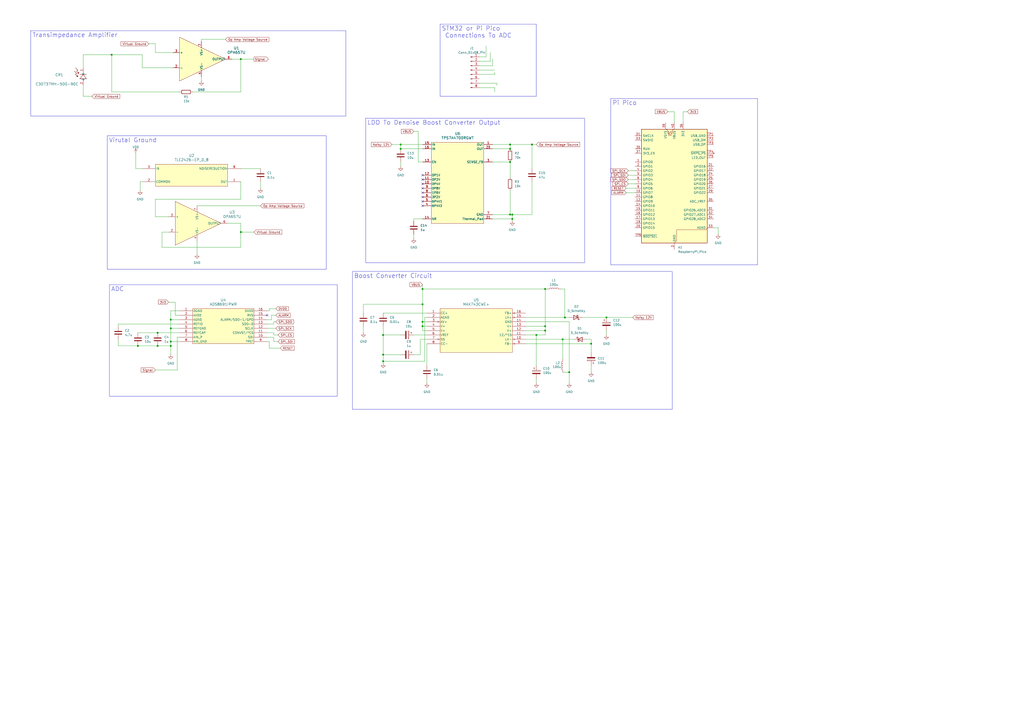
<source format=kicad_sch>
(kicad_sch (version 20250114) (generator "eeschema") (generator_version "9.0")
  (paper "A2")
  (lib_symbols
    (symbol "00-symbol_library:ADS8691IPWR" (pin_names (offset 0.254))
      (property "Reference" "U" (at 33.274 6.604 0))
      (property "Value" "ADS8691IPWR" (at 34.29 3.81 0))
      (symbol "ADS8691IPWR_0_1"
        (pin power_in line (at 8.89 0 0) (length 7.62) (name "DGND") (number "1"))
        (pin power_in line (at 8.89 -2.54 0) (length 7.62) (name "AVDD") (number "2"))
        (pin power_in line (at 8.89 -5.08 0) (length 7.62) (name "AGND") (number "3"))
        (pin bidirectional line (at 8.89 -7.62 0) (length 7.62) (name "REFIO") (number "4"))
        (pin power_in line (at 8.89 -10.16 0) (length 7.62) (name "REFGND") (number "5"))
        (pin output line (at 8.89 -12.7 0) (length 7.62) (name "REFCAP") (number "6"))
        (pin input line (at 8.89 -15.24 0) (length 7.62) (name "AIN_P") (number "7"))
        (pin input line (at 8.89 -17.78 0) (length 7.62) (name "AIN_GND") (number "8"))
        (pin power_in line (at 59.69 0 180) (length 7.62) (name "DVDD") (number "16"))
        (pin output line (at 59.69 -2.54 180) (length 7.62) (name "RVS") (number "15"))
        (pin output line (at 59.69 -5.08 180) (length 7.62) (name "ALARM/SDO-1/GPO") (number "14"))
        (pin output line (at 59.69 -7.62 180) (length 7.62) (name "SDO-0") (number "13"))
        (pin input line (at 59.69 -10.16 180) (length 7.62) (name "SCLK") (number "12"))
        (pin input line (at 59.69 -12.7 180) (length 7.62) (name "CONVST/*CS") (number "11"))
        (pin input line (at 59.69 -15.24 180) (length 7.62) (name "SDI") (number "10"))
        (pin input line (at 59.69 -17.78 180) (length 7.62) (name "*RST") (number "9"))
      )
      (symbol "ADS8691IPWR_1_1"
        (rectangle (start 16.51 1.27) (end 52.07 -19.05) (fill (type background)))
      )
    )
    (symbol "00-symbol_library:MAX743CWE+" (pin_names (offset 0.254))
      (property "Reference" "U" (at 58.42 33.02 0))
      (property "Value" "MAX743CWE+" (at 58.42 30.48 0))
      (symbol "MAX743CWE+_0_1"
        (polyline (pts (xy 37.5793 20.32) (xy 36.5379 20.8407)) (stroke (width 0.127)))
        (polyline (pts (xy 37.5793 20.32) (xy 36.5379 19.7993)) (stroke (width 0.127)))
        (polyline (pts (xy 37.5793 10.16) (xy 36.5379 10.6807)) (stroke (width 0.127)))
        (polyline (pts (xy 37.5793 10.16) (xy 36.5379 9.6393)) (stroke (width 0.127)))
        (polyline (pts (xy 80.5307 25.4) (xy 81.5721 25.9207)) (stroke (width 0.127)))
        (polyline (pts (xy 80.5307 25.4) (xy 81.5721 24.8793)) (stroke (width 0.127)))
        (polyline (pts (xy 80.5307 23.3807) (xy 81.5721 22.86)) (stroke (width 0.127)))
        (polyline (pts (xy 80.5307 22.3393) (xy 81.5721 22.86)) (stroke (width 0.127)))
        (polyline (pts (xy 80.5307 10.6807) (xy 81.5721 10.16)) (stroke (width 0.127)))
        (polyline (pts (xy 80.5307 9.6393) (xy 81.5721 10.16)) (stroke (width 0.127)))
        (polyline (pts (xy 80.5307 7.62) (xy 81.5721 8.1407)) (stroke (width 0.127)))
        (polyline (pts (xy 80.5307 7.62) (xy 81.5721 7.0993)) (stroke (width 0.127)))
        (pin unspecified line (at 30.48 25.4 0) (length 7.62) (name "CC+") (number "1"))
        (pin power_in line (at 30.48 22.86 0) (length 7.62) (name "AGND") (number "2"))
        (pin input line (at 30.48 20.32 0) (length 7.62) (name "AV+") (number "3"))
        (pin power_in line (at 30.48 17.78 0) (length 7.62) (name "V+") (number "4"))
        (pin power_in line (at 30.48 15.24 0) (length 7.62) (name "V+") (number "5"))
        (pin power_in line (at 30.48 12.7 0) (length 7.62) (name "VREF") (number "6"))
        (pin input line (at 30.48 10.16 0) (length 7.62) (name "SS") (number "7"))
        (pin unspecified line (at 30.48 7.62 0) (length 7.62) (name "CC-") (number "8"))
        (pin input line (at 87.63 25.4 180) (length 7.62) (name "FB+") (number "16"))
        (pin output line (at 87.63 22.86 180) (length 7.62) (name "LX+") (number "15"))
        (pin power_in line (at 87.63 20.32 180) (length 7.62) (name "GND") (number "14"))
        (pin power_in line (at 87.63 17.78 180) (length 7.62) (name "V+") (number "13"))
        (pin power_in line (at 87.63 15.24 180) (length 7.62) (name "V+") (number "12"))
        (pin unspecified line (at 87.63 12.7 180) (length 7.62) (name "12/*15") (number "11"))
        (pin output line (at 87.63 10.16 180) (length 7.62) (name "LX-") (number "10"))
        (pin input line (at 87.63 7.62 180) (length 7.62) (name "FB-") (number "9"))
      )
      (symbol "MAX743CWE+_1_1"
        (rectangle (start 38.1 27.94) (end 80.01 2.54) (fill (type background)))
      )
    )
    (symbol "00-symbol_library:OPA657U" (pin_names (offset 0.254))
      (property "Reference" "U" (at 67.564 33.274 0))
      (property "Value" "OPA657U" (at 68.834 30.48 0))
      (symbol "OPA657U_1_1"
        (polyline (pts (xy 63.5 27.94) (xy 63.5 2.54) (xy 90.17 15.24) (xy 63.5 27.94)) (fill (type background)))
        (pin input line (at 59.69 19.05 0) (length 3.81) (name "+") (number "3"))
        (pin input line (at 59.69 10.16 0) (length 3.81) (name "-") (number "2"))
        (pin no_connect line (at 60.96 22.86 0) (length 2.54) (hide yes) (name "NC") (number "8"))
        (pin no_connect line (at 60.96 15.24 0) (length 2.54) (hide yes) (name "NC") (number "5"))
        (pin no_connect line (at 60.96 6.35 0) (length 2.54) (hide yes) (name "NC") (number "1"))
        (pin power_in line (at 76.2 25.4 270) (length 3.81) (name "VS+") (number "7"))
        (pin power_in line (at 76.2 5.08 90) (length 3.81) (name "VS-") (number "4"))
        (pin output line (at 93.98 15.24 180) (length 3.81) (name "OUTPUT") (number "6"))
      )
    )
    (symbol "00-symbol_library:TLE2426-EP_D_8" (pin_names (offset 0.254))
      (property "Reference" "U" (at 64.516 12.446 0))
      (property "Value" "TLE2426-EP_D_8" (at 64.516 9.906 0))
      (symbol "TLE2426-EP_D_8_0_1"
        (pin input line (at 36.83 5.08 0) (length 7.62) (name "IN") (number "3"))
        (pin unspecified line (at 36.83 -2.54 0) (length 7.62) (name "COMMON") (number "2"))
        (pin unspecified line (at 93.98 5.08 180) (length 7.62) (name "NOISEREDUCTION") (number "8"))
        (pin output line (at 93.98 -2.54 180) (length 7.62) (name "OUT") (number "1"))
      )
      (symbol "TLE2426-EP_D_8_1_1"
        (rectangle (start 44.45 7.62) (end 86.36 -5.08) (fill (type background)))
        (pin no_connect line (at 36.83 2.54 0) (length 7.62) (hide yes) (name "NC") (number "4"))
        (pin unspecified line (at 36.83 0 0) (length 7.62) (hide yes) (name "NC") (number "5"))
        (pin no_connect line (at 93.98 2.54 180) (length 7.62) (hide yes) (name "NC") (number "7"))
        (pin no_connect line (at 93.98 0 180) (length 7.62) (hide yes) (name "NC") (number "6"))
      )
    )
    (symbol "00-symbol_library:TPS7A4700RGWT" (pin_names (offset 0.254))
      (property "Reference" "U" (at 63.246 -20.574 0))
      (property "Value" "TPS7A4700RGWT" (at 63.246 -23.622 0))
      (symbol "TPS7A4700RGWT_0_1"
        (pin power_in line (at 40.64 -29.21 0) (length 5.08) (name "IN") (number "15"))
        (pin power_in line (at 40.64 -31.75 0) (length 5.08) (name "IN") (number "16"))
        (pin input line (at 40.64 -39.37 0) (length 5.08) (name "EN") (number "13"))
        (pin unspecified line (at 40.64 -46.99 0) (length 5.08) (name "0P1V") (number "12"))
        (pin unspecified line (at 40.64 -49.53 0) (length 5.08) (name "0P2V") (number "11"))
        (pin unspecified line (at 40.64 -52.07 0) (length 5.08) (name "0P4V") (number "10"))
        (pin unspecified line (at 40.64 -54.61 0) (length 5.08) (name "0P8V") (number "9"))
        (pin unspecified line (at 40.64 -57.15 0) (length 5.08) (name "1P6V") (number "8"))
        (pin unspecified line (at 40.64 -59.69 0) (length 5.08) (name "3P2V") (number "6"))
        (pin unspecified line (at 40.64 -62.23 0) (length 5.08) (name "6P4V1") (number "5"))
        (pin unspecified line (at 40.64 -64.77 0) (length 5.08) (name "6P4V2") (number "4"))
        (pin unspecified line (at 40.64 -72.39 0) (length 5.08) (name "NR") (number "14"))
        (pin power_in line (at 81.28 -29.21 180) (length 5.08) (name "OUT") (number "1"))
        (pin power_in line (at 81.28 -31.75 180) (length 5.08) (name "OUT") (number "20"))
        (pin unspecified line (at 81.28 -39.37 180) (length 5.08) (name "SENSE_FB") (number "3"))
        (pin power_in line (at 81.28 -69.85 180) (length 5.08) (name "GND") (number "7"))
        (pin power_in line (at 81.28 -72.39 180) (length 5.08) (name "Thermal_Pad") (number "21"))
      )
      (symbol "TPS7A4700RGWT_1_1"
        (rectangle (start 45.72 -27.94) (end 76.2 -74.93) (fill (type background)))
        (pin no_connect line (at 81.28 -57.15 180) (length 5.08) (hide yes) (name "NC") (number "2"))
        (pin no_connect line (at 81.28 -59.69 180) (length 5.08) (hide yes) (name "NC") (number "17"))
        (pin no_connect line (at 81.28 -62.23 180) (length 5.08) (hide yes) (name "NC") (number "18"))
        (pin no_connect line (at 81.28 -64.77 180) (length 5.08) (hide yes) (name "NC") (number "19"))
      )
    )
    (symbol "2025-11-22_17-59-22:C30737MH-500-90C" (pin_names (offset 0.254))
      (property "Reference" "CR" (at 5.08 -4.445 0))
      (property "Value" "C30737MH-500-90C" (at 5.08 -7.62 0))
      (symbol "C30737MH-500-90C_1_1"
        (polyline (pts (xy 2.54 0) (xy 3.4798 0)) (stroke (width 0.2032)))
        (polyline (pts (xy 3.175 0) (xy 3.81 0)) (stroke (width 0.2032)))
        (polyline (pts (xy 3.81 1.905) (xy 3.81 -1.905)) (stroke (width 0.2032)))
        (polyline (pts (xy 3.81 -1.905) (xy 6.35 0)) (stroke (width 0.2032)))
        (polyline (pts (xy 5.08 3.81) (xy 5.08 3.175)) (stroke (width 0.2032)))
        (polyline (pts (xy 5.08 3.175) (xy 5.715 3.175)) (stroke (width 0.2032)))
        (polyline (pts (xy 5.715 3.175) (xy 5.08 3.81)) (stroke (width 0.2032)))
        (polyline (pts (xy 6.35 4.445) (xy 5.08 3.175)) (stroke (width 0.2032)))
        (polyline (pts (xy 6.35 0) (xy 3.81 1.905)) (stroke (width 0.2032)))
        (polyline (pts (xy 6.35 0) (xy 7.62 0)) (stroke (width 0.2032)))
        (polyline (pts (xy 6.35 -1.905) (xy 6.35 1.905)) (stroke (width 0.2032)))
        (polyline (pts (xy 6.985 3.81) (xy 6.35 4.445)) (stroke (width 0.2032)))
        (polyline (pts (xy 6.985 3.175) (xy 6.985 2.54)) (stroke (width 0.2032)))
        (polyline (pts (xy 6.985 2.54) (xy 7.62 2.54)) (stroke (width 0.2032)))
        (polyline (pts (xy 7.62 2.54) (xy 6.985 3.175)) (stroke (width 0.2032)))
        (polyline (pts (xy 8.255 5.08) (xy 6.985 3.81)) (stroke (width 0.2032)))
        (polyline (pts (xy 8.255 3.81) (xy 6.985 2.54)) (stroke (width 0.2032)))
        (polyline (pts (xy 8.89 3.175) (xy 8.255 3.81)) (stroke (width 0.2032)))
        (polyline (pts (xy 10.16 4.445) (xy 8.89 3.175)) (stroke (width 0.2032)))
        (pin unspecified line (at 0 0 0) (length 2.54) (name "2") (number "2"))
        (pin unspecified line (at 10.16 0 180) (length 2.54) (name "1") (number "1"))
      )
      (symbol "C30737MH-500-90C_1_2"
        (polyline (pts (xy -5.08 8.255) (xy -3.81 6.985)) (stroke (width 0.2032)))
        (polyline (pts (xy -4.445 10.16) (xy -3.175 8.89)) (stroke (width 0.2032)))
        (polyline (pts (xy -4.445 6.35) (xy -3.175 5.08)) (stroke (width 0.2032)))
        (polyline (pts (xy -3.81 8.255) (xy -2.54 6.985)) (stroke (width 0.2032)))
        (polyline (pts (xy -3.81 6.985) (xy -4.445 6.35)) (stroke (width 0.2032)))
        (polyline (pts (xy -3.81 5.08) (xy -3.175 5.08)) (stroke (width 0.2032)))
        (polyline (pts (xy -3.175 8.89) (xy -3.81 8.255)) (stroke (width 0.2032)))
        (polyline (pts (xy -3.175 6.985) (xy -2.54 6.985)) (stroke (width 0.2032)))
        (polyline (pts (xy -3.175 5.715) (xy -3.81 5.08)) (stroke (width 0.2032)))
        (polyline (pts (xy -3.175 5.08) (xy -3.175 5.715)) (stroke (width 0.2032)))
        (polyline (pts (xy -2.54 7.62) (xy -3.175 6.985)) (stroke (width 0.2032)))
        (polyline (pts (xy -2.54 6.985) (xy -2.54 7.62)) (stroke (width 0.2032)))
        (polyline (pts (xy -1.905 3.81) (xy 1.905 3.81)) (stroke (width 0.2032)))
        (polyline (pts (xy 0 6.35) (xy -1.905 3.81)) (stroke (width 0.2032)))
        (polyline (pts (xy 0 6.35) (xy 0 7.62)) (stroke (width 0.2032)))
        (polyline (pts (xy 0 3.175) (xy 0 3.81)) (stroke (width 0.2032)))
        (polyline (pts (xy 0 2.54) (xy 0 3.4798)) (stroke (width 0.2032)))
        (polyline (pts (xy 1.905 6.35) (xy -1.905 6.35)) (stroke (width 0.2032)))
        (polyline (pts (xy 1.905 3.81) (xy 0 6.35)) (stroke (width 0.2032)))
        (pin unspecified line (at 0 10.16 270) (length 2.54) (name "1") (number "1"))
        (pin unspecified line (at 0 0 90) (length 2.54) (name "2") (number "2"))
      )
    )
    (symbol "Connector:Conn_01x08_Pin" (pin_names (offset 1.016) (hide yes))
      (property "Reference" "J" (at 0 10.16 0))
      (property "Value" "Conn_01x08_Pin" (at 0 -12.7 0))
      (symbol "Conn_01x08_Pin_1_1"
        (rectangle (start 0.8636 7.747) (end 0 7.493) (stroke (width 0.1524)) (fill (type outline)))
        (rectangle (start 0.8636 5.207) (end 0 4.953) (stroke (width 0.1524)) (fill (type outline)))
        (rectangle (start 0.8636 2.667) (end 0 2.413) (stroke (width 0.1524)) (fill (type outline)))
        (rectangle (start 0.8636 0.127) (end 0 -0.127) (stroke (width 0.1524)) (fill (type outline)))
        (rectangle (start 0.8636 -2.413) (end 0 -2.667) (stroke (width 0.1524)) (fill (type outline)))
        (rectangle (start 0.8636 -4.953) (end 0 -5.207) (stroke (width 0.1524)) (fill (type outline)))
        (rectangle (start 0.8636 -7.493) (end 0 -7.747) (stroke (width 0.1524)) (fill (type outline)))
        (rectangle (start 0.8636 -10.033) (end 0 -10.287) (stroke (width 0.1524)) (fill (type outline)))
        (polyline (pts (xy 1.27 7.62) (xy 0.8636 7.62)) (stroke (width 0.1524)))
        (polyline (pts (xy 1.27 5.08) (xy 0.8636 5.08)) (stroke (width 0.1524)))
        (polyline (pts (xy 1.27 2.54) (xy 0.8636 2.54)) (stroke (width 0.1524)))
        (polyline (pts (xy 1.27 0) (xy 0.8636 0)) (stroke (width 0.1524)))
        (polyline (pts (xy 1.27 -2.54) (xy 0.8636 -2.54)) (stroke (width 0.1524)))
        (polyline (pts (xy 1.27 -5.08) (xy 0.8636 -5.08)) (stroke (width 0.1524)))
        (polyline (pts (xy 1.27 -7.62) (xy 0.8636 -7.62)) (stroke (width 0.1524)))
        (polyline (pts (xy 1.27 -10.16) (xy 0.8636 -10.16)) (stroke (width 0.1524)))
        (pin passive line (at 5.08 7.62 180) (length 3.81) (name "Pin_1") (number "1"))
        (pin passive line (at 5.08 5.08 180) (length 3.81) (name "Pin_2") (number "2"))
        (pin passive line (at 5.08 2.54 180) (length 3.81) (name "Pin_3") (number "3"))
        (pin passive line (at 5.08 0 180) (length 3.81) (name "Pin_4") (number "4"))
        (pin passive line (at 5.08 -2.54 180) (length 3.81) (name "Pin_5") (number "5"))
        (pin passive line (at 5.08 -5.08 180) (length 3.81) (name "Pin_6") (number "6"))
        (pin passive line (at 5.08 -7.62 180) (length 3.81) (name "Pin_7") (number "7"))
        (pin passive line (at 5.08 -10.16 180) (length 3.81) (name "Pin_8") (number "8"))
      )
    )
    (symbol "Device:C" (pin_numbers (hide yes)) (pin_names (offset 0.254))
      (property "Reference" "C" (at 0.635 2.54 0))
      (property "Value" "C" (at 0.635 -2.54 0))
      (symbol "C_0_1"
        (polyline (pts (xy -2.032 0.762) (xy 2.032 0.762)) (stroke (width 0.508)))
        (polyline (pts (xy -2.032 -0.762) (xy 2.032 -0.762)) (stroke (width 0.508)))
      )
      (symbol "C_1_1"
        (pin passive line (at 0 3.81 270) (length 2.794) (name "~") (number "1"))
        (pin passive line (at 0 -3.81 90) (length 2.794) (name "~") (number "2"))
      )
    )
    (symbol "Device:C_Polarized" (pin_numbers (hide yes)) (pin_names (offset 0.254))
      (property "Reference" "C" (at 0.635 2.54 0))
      (property "Value" "C_Polarized" (at 0.635 -2.54 0))
      (symbol "C_Polarized_0_1"
        (rectangle (start -2.286 0.508) (end 2.286 1.016))
        (polyline (pts (xy -1.778 2.286) (xy -0.762 2.286)))
        (polyline (pts (xy -1.27 2.794) (xy -1.27 1.778)))
        (rectangle (start 2.286 -0.508) (end -2.286 -1.016) (fill (type outline)))
      )
      (symbol "C_Polarized_1_1"
        (pin passive line (at 0 3.81 270) (length 2.794) (name "~") (number "1"))
        (pin passive line (at 0 -3.81 90) (length 2.794) (name "~") (number "2"))
      )
    )
    (symbol "Device:D_Schottky" (pin_numbers (hide yes)) (pin_names (offset 1.016) (hide yes))
      (property "Reference" "D" (at 0 2.54 0))
      (property "Value" "D_Schottky" (at 0 -2.54 0))
      (symbol "D_Schottky_0_1"
        (polyline (pts (xy -1.905 0.635) (xy -1.905 1.27) (xy -1.27 1.27) (xy -1.27 -1.27) (xy -0.635 -1.27) (xy -0.635 -0.635)) (stroke (width 0.254)))
        (polyline (pts (xy 1.27 1.27) (xy 1.27 -1.27) (xy -1.27 0) (xy 1.27 1.27)) (stroke (width 0.254)))
        (polyline (pts (xy 1.27 0) (xy -1.27 0)))
      )
      (symbol "D_Schottky_1_1"
        (pin passive line (at -3.81 0 0) (length 2.54) (name "K") (number "1"))
        (pin passive line (at 3.81 0 180) (length 2.54) (name "A") (number "2"))
      )
    )
    (symbol "Device:L" (pin_numbers (hide yes)) (pin_names (offset 1.016) (hide yes))
      (property "Reference" "L" (at -1.27 0 90))
      (property "Value" "L" (at 1.905 0 90))
      (symbol "L_0_1"
        (arc (start 0 2.54) (mid 0.6323 1.905) (end 0 1.27))
        (arc (start 0 1.27) (mid 0.6323 0.635) (end 0 0))
        (arc (start 0 0) (mid 0.6323 -0.635) (end 0 -1.27))
        (arc (start 0 -1.27) (mid 0.6323 -1.905) (end 0 -2.54))
      )
      (symbol "L_1_1"
        (pin passive line (at 0 3.81 270) (length 1.27) (name "1") (number "1"))
        (pin passive line (at 0 -3.81 90) (length 1.27) (name "2") (number "2"))
      )
    )
    (symbol "Device:R" (pin_numbers (hide yes)) (pin_names (offset 0))
      (property "Reference" "R" (at 2.032 0 90))
      (property "Value" "R" (at 0 0 90))
      (symbol "R_0_1"
        (rectangle (start -1.016 -2.54) (end 1.016 2.54) (stroke (width 0.254)))
      )
      (symbol "R_1_1"
        (pin passive line (at 0 3.81 270) (length 1.27) (name "~") (number "1"))
        (pin passive line (at 0 -3.81 90) (length 1.27) (name "~") (number "2"))
      )
    )
    (symbol "MCU_Module:RaspberryPi_Pico_Extensive" (pin_names (offset 0.762))
      (property "Reference" "A" (at -19.05 35.56 0))
      (property "Value" "RaspberryPi_Pico" (at 7.62 35.56 0))
      (symbol "RaspberryPi_Pico_Extensive_0_1"
        (rectangle (start -19.05 34.29) (end 19.05 -31.75) (stroke (width 0.254)) (fill (type background)))
        (polyline (pts (xy -5.08 34.29) (xy -3.81 33.655) (xy -3.81 31.75) (xy -3.175 31.75)))
        (polyline (pts (xy -3.429 32.766) (xy -3.429 33.02) (xy -3.175 33.02) (xy -3.175 30.48) (xy -2.921 30.48) (xy -2.921 30.734)))
        (polyline (pts (xy -3.175 31.75) (xy -1.905 33.02) (xy -1.905 30.48) (xy -3.175 31.75)))
        (polyline (pts (xy 0 34.29) (xy -1.27 33.655) (xy -1.27 31.75) (xy -1.905 31.75)))
        (polyline (pts (xy 0 -31.75) (xy 1.27 -30.48) (xy 1.27 -24.13) (xy 18.415 -24.13) (xy 19.05 -22.86)))
      )
      (symbol "RaspberryPi_Pico_Extensive_1_1"
        (pin input line (at -22.86 30.48 0) (length 3.81) (name "SWCLK") (number "D1"))
        (pin bidirectional line (at -22.86 27.94 0) (length 3.81) (name "SWDIO") (number "D3"))
        (pin passive line (at -22.86 22.86 0) (length 3.81) (name "RUN") (number "30"))
        (pin passive line (at -22.86 20.32 0) (length 3.81) (name "3V3_EN") (number "37"))
        (pin bidirectional line (at -22.86 15.24 0) (length 3.81) (name "GPIO0") (number "1"))
        (pin bidirectional line (at -22.86 12.7 0) (length 3.81) (name "GPIO1") (number "2"))
        (pin bidirectional line (at -22.86 10.16 0) (length 3.81) (name "GPIO2") (number "4"))
        (pin bidirectional line (at -22.86 7.62 0) (length 3.81) (name "GPIO3") (number "5"))
        (pin bidirectional line (at -22.86 5.08 0) (length 3.81) (name "GPIO4") (number "6"))
        (pin bidirectional line (at -22.86 2.54 0) (length 3.81) (name "GPIO5") (number "7"))
        (pin bidirectional line (at -22.86 0 0) (length 3.81) (name "GPIO6") (number "9"))
        (pin bidirectional line (at -22.86 -2.54 0) (length 3.81) (name "GPIO7") (number "10"))
        (pin bidirectional line (at -22.86 -5.08 0) (length 3.81) (name "GPIO8") (number "11"))
        (pin bidirectional line (at -22.86 -7.62 0) (length 3.81) (name "GPIO9") (number "12"))
        (pin bidirectional line (at -22.86 -10.16 0) (length 3.81) (name "GPIO10") (number "14"))
        (pin bidirectional line (at -22.86 -12.7 0) (length 3.81) (name "GPIO11") (number "15"))
        (pin bidirectional line (at -22.86 -15.24 0) (length 3.81) (name "GPIO12") (number "16"))
        (pin bidirectional line (at -22.86 -17.78 0) (length 3.81) (name "GPIO13") (number "17"))
        (pin bidirectional line (at -22.86 -20.32 0) (length 3.81) (name "GPIO14") (number "19"))
        (pin bidirectional line (at -22.86 -22.86 0) (length 3.81) (name "GPIO15") (number "20"))
        (pin input line (at -22.86 -27.94 0) (length 3.81) (name "~{BOOTSEL}") (number "TP6"))
        (pin power_in line (at -5.08 38.1 270) (length 3.81) (name "VSYS") (number "39"))
        (pin power_out line (at 0 38.1 270) (length 3.81) (name "VBUS") (number "40"))
        (pin passive line (at 0 -35.56 90) (length 3.81) (hide yes) (name "GND") (number "13"))
        (pin passive line (at 0 -35.56 90) (length 3.81) (hide yes) (name "GND") (number "18"))
        (pin passive line (at 0 -35.56 90) (length 3.81) (hide yes) (name "GND") (number "23"))
        (pin passive line (at 0 -35.56 90) (length 3.81) (hide yes) (name "GND") (number "28"))
        (pin power_out line (at 0 -35.56 90) (length 3.81) (name "GND") (number "3"))
        (pin passive line (at 0 -35.56 90) (length 3.81) (hide yes) (name "GND") (number "38"))
        (pin passive line (at 0 -35.56 90) (length 3.81) (hide yes) (name "GND") (number "8"))
        (pin passive line (at 0 -35.56 90) (length 3.81) (hide yes) (name "GND") (number "D2"))
        (pin power_out line (at 5.08 38.1 270) (length 3.81) (name "3V3") (number "36"))
        (pin power_out line (at 22.86 30.48 180) (length 3.81) (name "USB_GND") (number "TP1"))
        (pin bidirectional line (at 22.86 27.94 180) (length 3.81) (name "USB_DM") (number "TP2"))
        (pin bidirectional line (at 22.86 25.4 180) (length 3.81) (name "USB_DP") (number "TP3"))
        (pin no_connect line (at 22.86 20.32 180) (length 3.81) (name "~{SMPS_PS}") (number "TP4"))
        (pin output line (at 22.86 17.78 180) (length 3.81) (name "LED_OUT") (number "TP5"))
        (pin bidirectional line (at 22.86 12.7 180) (length 3.81) (name "GPIO16") (number "21"))
        (pin bidirectional line (at 22.86 10.16 180) (length 3.81) (name "GPIO17") (number "22"))
        (pin bidirectional line (at 22.86 7.62 180) (length 3.81) (name "GPIO18") (number "24"))
        (pin bidirectional line (at 22.86 5.08 180) (length 3.81) (name "GPIO19") (number "25"))
        (pin bidirectional line (at 22.86 2.54 180) (length 3.81) (name "GPIO20") (number "26"))
        (pin bidirectional line (at 22.86 0 180) (length 3.81) (name "GPIO21") (number "27"))
        (pin bidirectional line (at 22.86 -2.54 180) (length 3.81) (name "GPIO22") (number "29"))
        (pin power_in line (at 22.86 -7.62 180) (length 3.81) (name "ADC_VREF") (number "35"))
        (pin bidirectional line (at 22.86 -12.7 180) (length 3.81) (name "GPIO26_ADC0") (number "31"))
        (pin bidirectional line (at 22.86 -15.24 180) (length 3.81) (name "GPIO27_ADC1") (number "32"))
        (pin bidirectional line (at 22.86 -17.78 180) (length 3.81) (name "GPIO28_ADC2") (number "34"))
        (pin power_out line (at 22.86 -22.86 180) (length 3.81) (name "AGND") (number "33"))
      )
    )
    (symbol "OPA657U_1" (pin_names (offset 0.254))
      (property "Reference" "U" (at 67.564 33.274 0))
      (property "Value" "OPA657U" (at 68.834 30.48 0))
      (symbol "OPA657U_1_1_1"
        (polyline (pts (xy 63.5 27.94) (xy 63.5 2.54) (xy 90.17 15.24) (xy 63.5 27.94)) (fill (type background)))
        (pin input line (at 59.69 19.05 0) (length 3.81) (name "+") (number "3"))
        (pin input line (at 59.69 10.16 0) (length 3.81) (name "-") (number "2"))
        (pin no_connect line (at 60.96 22.86 0) (length 2.54) (hide yes) (name "NC") (number "8"))
        (pin no_connect line (at 60.96 15.24 0) (length 2.54) (hide yes) (name "NC") (number "5"))
        (pin no_connect line (at 60.96 6.35 0) (length 2.54) (hide yes) (name "NC") (number "1"))
        (pin power_in line (at 76.2 25.4 270) (length 3.81) (name "VS+") (number "7"))
        (pin power_in line (at 76.2 5.08 90) (length 3.81) (name "VS-") (number "4"))
        (pin output line (at 93.98 15.24 180) (length 3.81) (name "OUTPUT") (number "6"))
      )
    )
    (symbol "power:GND" (power) (pin_numbers (hide yes)) (pin_names (offset 0) (hide yes))
      (property "Value" "GND" (at 0 -3.81 0))
      (symbol "GND_0_1"
        (polyline (pts (xy 0 0) (xy 0 -1.27) (xy 1.27 -1.27) (xy 0 -2.54) (xy -1.27 -1.27) (xy 0 -1.27)))
      )
      (symbol "GND_1_1"
        (pin power_in line (at 0 0 270) (length 0) (name "~") (number "1"))
      )
    )
    (symbol "power:VDD" (power) (pin_numbers (hide yes)) (pin_names (offset 0) (hide yes))
      (property "Value" "VDD" (at 0 3.556 0))
      (symbol "VDD_0_1"
        (polyline (pts (xy -0.762 1.27) (xy 0 2.54)))
        (polyline (pts (xy 0 2.54) (xy 0.762 1.27)))
        (polyline (pts (xy 0 0) (xy 0 2.54)))
      )
      (symbol "VDD_1_1"
        (pin power_in line (at 0 0 90) (length 0) (name "~") (number "1"))
      )
    )
  )
  (text_box "LDO To Denoise Boost Converter Output" (at 212.09 68.58 0) (size 127 83.82) (margins 0.9525 0.9525 0.9525 0.9525) (effects (font (size 2.54 2.54)) (justify left top)))
  (text_box "Boost Converter Circuit" (at 204.47 157.48 0) (size 185.42 80.01) (margins 0.9525 0.9525 0.9525 0.9525) (effects (font (size 2.54 2.54)) (justify left top)))
  (text_box "Pi Pico \n" (at 354.33 57.15 0) (size 85.09 96.52) (margins 0.9525 0.9525 0.9525 0.9525) (effects (font (size 2.54 2.54)) (justify left top)))
  (text_box "Virutal Ground " (at 62.23 78.74 0) (size 127 77.47) (margins 0.9525 0.9525 0.9525 0.9525) (effects (font (size 2.54 2.54)) (justify left top)))
  (text_box "Transimpedance Amplifier" (at 17.78 17.78 0) (size 182.88 49.53) (margins 0.9525 0.9525 0.9525 0.9525) (effects (font (size 2.54 2.54)) (justify left top)))
  (text_box "ADC" (at 63.5 165.1 0) (size 132.08 64.77) (margins 0.9525 0.9525 0.9525 0.9525) (effects (font (size 2.54 2.54)) (justify left top)))
  (text_box "STM32 or Pi Pico\n Connections To ADC" (at 255.27 13.97 0) (size 55.88 41.91) (margins 0.9525 0.9525 0.9525 0.9525) (effects (font (size 2.54 2.54)) (justify left top)))
  (junction (at 64.77 31.75))
  (junction (at 222.25 205.74))
  (junction (at 297.18 127))
  (junction (at 330.2 215.9))
  (junction (at 245.11 176.53))
  (junction (at 91.44 200.66))
  (junction (at 222.25 194.31))
  (junction (at 99.06 198.12))
  (junction (at 316.23 189.23))
  (junction (at 222.25 209.55))
  (junction (at 245.11 189.23))
  (junction (at 99.06 190.5))
  (junction (at 99.06 200.66))
  (junction (at 308.61 83.82))
  (junction (at 91.44 193.04))
  (junction (at 327.66 184.15))
  (junction (at 99.06 185.42))
  (junction (at 342.9 199.39))
  (junction (at 316.23 167.64))
  (junction (at 326.39 196.85))
  (junction (at 295.91 124.46))
  (junction (at 232.41 86.36))
  (junction (at 316.23 191.77))
  (junction (at 351.79 184.15))
  (junction (at 80.01 200.66))
  (junction (at 311.15 194.31))
  (junction (at 295.91 83.82))
  (junction (at 139.7 134.62))
  (junction (at 232.41 83.82))
  (junction (at 297.18 124.46))
  (junction (at 139.7 34.29))
  (junction (at 295.91 93.98))
  (junction (at 245.11 186.69))
  (junction (at 245.11 167.64))
  (junction (at 295.91 86.36))
  (no_connect (at 245.11 114.3))
  (no_connect (at 245.11 116.84))
  (no_connect (at 245.11 104.14))
  (no_connect (at 245.11 111.76))
  (no_connect (at 154.94 182.88))
  (no_connect (at 245.11 119.38))
  (no_connect (at 245.11 109.22))
  (no_connect (at 245.11 106.68))
  (no_connect (at 245.11 101.6))
  (wire (pts (xy 284.48 35.56) (xy 278.13 35.56)))
  (wire (pts (xy 311.15 194.31) (xy 316.23 194.31)))
  (wire (pts (xy 364.49 104.14) (xy 368.3 104.14)))
  (wire (pts (xy 351.79 191.77) (xy 351.79 194.31)))
  (wire (pts (xy 48.26 31.75) (xy 48.26 39.37)))
  (wire (pts (xy 284.48 30.48) (xy 284.48 35.56)))
  (wire (pts (xy 64.77 31.75) (xy 48.26 31.75)))
  (wire (pts (xy 304.8 194.31) (xy 311.15 194.31)))
  (wire (pts (xy 222.25 181.61) (xy 247.65 181.61)))
  (wire (pts (xy 64.77 53.34) (xy 64.77 31.75)))
  (wire (pts (xy 222.25 194.31) (xy 222.25 205.74)))
  (wire (pts (xy 308.61 97.79) (xy 308.61 83.82)))
  (wire (pts (xy 68.58 200.66) (xy 80.01 200.66)))
  (wire (pts (xy 232.41 86.36) (xy 245.11 86.36)))
  (wire (pts (xy 295.91 124.46) (xy 297.18 124.46)))
  (wire (pts (xy 308.61 83.82) (xy 311.15 83.82)))
  (wire (pts (xy 99.06 190.5) (xy 104.14 190.5)))
  (wire (pts (xy 99.06 185.42) (xy 104.14 185.42)))
  (wire (pts (xy 342.9 199.39) (xy 342.9 204.47)))
  (wire (pts (xy 139.7 129.54) (xy 132.08 129.54)))
  (wire (pts (xy 278.13 48.26) (xy 288.29 48.26)))
  (wire (pts (xy 363.22 111.76) (xy 368.3 111.76)))
  (wire (pts (xy 281.94 26.67) (xy 281.94 33.02)))
  (wire (pts (xy 414.02 132.08) (xy 416.56 132.08)))
  (wire (pts (xy 311.15 194.31) (xy 311.15 212.09)))
  (wire (pts (xy 91.44 200.66) (xy 99.06 200.66)))
  (wire (pts (xy 93.98 134.62) (xy 93.98 143.51)))
  (wire (pts (xy 308.61 124.46) (xy 297.18 124.46)))
  (wire (pts (xy 154.94 193.04) (xy 158.75 193.04)))
  (wire (pts (xy 285.75 124.46) (xy 295.91 124.46)))
  (wire (pts (xy 222.25 209.55) (xy 222.25 210.82)))
  (wire (pts (xy 304.8 199.39) (xy 342.9 199.39)))
  (wire (pts (xy 210.82 181.61) (xy 210.82 176.53)))
  (wire (pts (xy 326.39 196.85) (xy 326.39 208.28)))
  (wire (pts (xy 342.9 199.39) (xy 342.9 196.85)))
  (wire (pts (xy 158.75 195.58) (xy 158.75 198.12)))
  (wire (pts (xy 304.8 196.85) (xy 326.39 196.85)))
  (wire (pts (xy 139.7 105.41) (xy 139.7 115.57)))
  (wire (pts (xy 247.65 189.23) (xy 245.11 189.23)))
  (wire (pts (xy 304.8 189.23) (xy 316.23 189.23)))
  (wire (pts (xy 139.7 53.34) (xy 111.76 53.34)))
  (wire (pts (xy 242.57 93.98) (xy 245.11 93.98)))
  (wire (pts (xy 134.62 34.29) (xy 139.7 34.29)))
  (wire (pts (xy 342.9 212.09) (xy 342.9 215.9)))
  (wire (pts (xy 116.84 44.45) (xy 116.84 46.99)))
  (wire (pts (xy 245.11 176.53) (xy 245.11 186.69)))
  (wire (pts (xy 342.9 196.85) (xy 340.36 196.85)))
  (wire (pts (xy 245.11 167.64) (xy 316.23 167.64)))
  (wire (pts (xy 151.13 105.41) (xy 151.13 109.22)))
  (wire (pts (xy 64.77 53.34) (xy 104.14 53.34)))
  (wire (pts (xy 139.7 115.57) (xy 90.17 115.57)))
  (wire (pts (xy 156.21 180.34) (xy 154.94 180.34)))
  (wire (pts (xy 351.79 184.15) (xy 367.03 184.15)))
  (wire (pts (xy 102.87 195.58) (xy 102.87 214.63)))
  (wire (pts (xy 311.15 219.71) (xy 311.15 222.25)))
  (wire (pts (xy 80.01 193.04) (xy 91.44 193.04)))
  (wire (pts (xy 316.23 194.31) (xy 316.23 191.77)))
  (wire (pts (xy 114.3 119.38) (xy 151.13 119.38)))
  (wire (pts (xy 81.28 105.41) (xy 81.28 110.49)))
  (wire (pts (xy 232.41 93.98) (xy 232.41 96.52)))
  (wire (pts (xy 330.2 215.9) (xy 330.2 222.25)))
  (wire (pts (xy 247.65 219.71) (xy 247.65 222.25)))
  (wire (pts (xy 391.16 71.12) (xy 391.16 64.77)))
  (wire (pts (xy 330.2 186.69) (xy 304.8 186.69)))
  (wire (pts (xy 90.17 115.57) (xy 90.17 125.73)))
  (wire (pts (xy 100.33 39.37) (xy 82.55 39.37)))
  (wire (pts (xy 90.17 214.63) (xy 102.87 214.63)))
  (wire (pts (xy 222.25 205.74) (xy 232.41 205.74)))
  (wire (pts (xy 68.58 196.85) (xy 68.58 200.66)))
  (wire (pts (xy 243.84 196.85) (xy 243.84 205.74)))
  (wire (pts (xy 139.7 143.51) (xy 93.98 143.51)))
  (wire (pts (xy 227.33 83.82) (xy 232.41 83.82)))
  (wire (pts (xy 154.94 190.5) (xy 160.02 190.5)))
  (wire (pts (xy 210.82 189.23) (xy 210.82 193.04)))
  (wire (pts (xy 139.7 129.54) (xy 139.7 134.62)))
  (wire (pts (xy 246.38 184.15) (xy 246.38 209.55)))
  (wire (pts (xy 158.75 186.69) (xy 160.02 186.69)))
  (wire (pts (xy 78.74 97.79) (xy 78.74 88.9)))
  (wire (pts (xy 64.77 31.75) (xy 82.55 31.75)))
  (wire (pts (xy 325.12 167.64) (xy 327.66 167.64)))
  (wire (pts (xy 287.02 43.18) (xy 278.13 43.18)))
  (wire (pts (xy 90.17 30.48) (xy 90.17 25.4)))
  (wire (pts (xy 222.25 194.31) (xy 232.41 194.31)))
  (wire (pts (xy 80.01 200.66) (xy 91.44 200.66)))
  (wire (pts (xy 245.11 167.64) (xy 245.11 176.53)))
  (wire (pts (xy 97.79 134.62) (xy 93.98 134.62)))
  (wire (pts (xy 116.84 22.86) (xy 116.84 24.13)))
  (wire (pts (xy 295.91 93.98) (xy 295.91 102.87)))
  (wire (pts (xy 99.06 200.66) (xy 99.06 205.74)))
  (wire (pts (xy 154.94 195.58) (xy 158.75 195.58)))
  (wire (pts (xy 240.03 127) (xy 240.03 128.27)))
  (wire (pts (xy 157.48 182.88) (xy 157.48 185.42)))
  (wire (pts (xy 99.06 198.12) (xy 104.14 198.12)))
  (wire (pts (xy 364.49 101.6) (xy 368.3 101.6)))
  (wire (pts (xy 154.94 187.96) (xy 158.75 187.96)))
  (wire (pts (xy 240.03 76.2) (xy 242.57 76.2)))
  (wire (pts (xy 245.11 165.1) (xy 245.11 167.64)))
  (wire (pts (xy 82.55 97.79) (xy 78.74 97.79)))
  (wire (pts (xy 90.17 30.48) (xy 100.33 30.48)))
  (wire (pts (xy 82.55 39.37) (xy 82.55 31.75)))
  (wire (pts (xy 156.21 198.12) (xy 154.94 198.12)))
  (wire (pts (xy 330.2 186.69) (xy 330.2 215.9)))
  (wire (pts (xy 281.94 33.02) (xy 278.13 33.02)))
  (wire (pts (xy 139.7 134.62) (xy 147.32 134.62)))
  (wire (pts (xy 295.91 110.49) (xy 295.91 124.46)))
  (wire (pts (xy 101.6 182.88) (xy 104.14 182.88)))
  (wire (pts (xy 48.26 55.88) (xy 48.26 49.53)))
  (wire (pts (xy 295.91 83.82) (xy 308.61 83.82)))
  (wire (pts (xy 232.41 83.82) (xy 245.11 83.82)))
  (wire (pts (xy 210.82 176.53) (xy 245.11 176.53)))
  (wire (pts (xy 364.49 99.06) (xy 368.3 99.06)))
  (wire (pts (xy 285.75 127) (xy 297.18 127)))
  (wire (pts (xy 285.75 38.1) (xy 278.13 38.1)))
  (wire (pts (xy 288.29 49.53) (xy 288.29 48.26)))
  (wire (pts (xy 285.75 86.36) (xy 295.91 86.36)))
  (wire (pts (xy 245.11 186.69) (xy 247.65 186.69)))
  (wire (pts (xy 245.11 127) (xy 240.03 127)))
  (wire (pts (xy 297.18 127) (xy 297.18 128.27)))
  (wire (pts (xy 287.02 41.91) (xy 287.02 43.18)))
  (wire (pts (xy 139.7 34.29) (xy 147.32 34.29)))
  (wire (pts (xy 247.65 184.15) (xy 246.38 184.15)))
  (wire (pts (xy 242.57 76.2) (xy 242.57 93.98)))
  (wire (pts (xy 101.6 175.26) (xy 101.6 182.88)))
  (wire (pts (xy 247.65 199.39) (xy 247.65 212.09)))
  (wire (pts (xy 68.58 187.96) (xy 104.14 187.96)))
  (wire (pts (xy 304.8 191.77) (xy 316.23 191.77)))
  (wire (pts (xy 157.48 185.42) (xy 154.94 185.42)))
  (wire (pts (xy 246.38 209.55) (xy 222.25 209.55)))
  (wire (pts (xy 99.06 190.5) (xy 99.06 198.12)))
  (wire (pts (xy 247.65 191.77) (xy 245.11 191.77)))
  (wire (pts (xy 327.66 184.15) (xy 330.2 184.15)))
  (wire (pts (xy 104.14 195.58) (xy 102.87 195.58)))
  (wire (pts (xy 139.7 34.29) (xy 139.7 53.34)))
  (wire (pts (xy 232.41 86.36) (xy 232.41 83.82)))
  (wire (pts (xy 308.61 105.41) (xy 308.61 124.46)))
  (wire (pts (xy 156.21 179.07) (xy 156.21 180.34)))
  (wire (pts (xy 104.14 180.34) (xy 99.06 180.34)))
  (wire (pts (xy 99.06 185.42) (xy 99.06 190.5)))
  (wire (pts (xy 391.16 64.77) (xy 387.35 64.77)))
  (wire (pts (xy 156.21 179.07) (xy 160.02 179.07)))
  (wire (pts (xy 416.56 132.08) (xy 416.56 135.89)))
  (wire (pts (xy 53.34 55.88) (xy 48.26 55.88)))
  (wire (pts (xy 285.75 93.98) (xy 295.91 93.98)))
  (wire (pts (xy 287.02 50.8) (xy 287.02 53.34)))
  (wire (pts (xy 156.21 198.12) (xy 156.21 201.93)))
  (wire (pts (xy 247.65 196.85) (xy 243.84 196.85)))
  (wire (pts (xy 90.17 125.73) (xy 97.79 125.73)))
  (wire (pts (xy 285.75 34.29) (xy 285.75 38.1)))
  (wire (pts (xy 99.06 180.34) (xy 99.06 185.42)))
  (wire (pts (xy 139.7 97.79) (xy 151.13 97.79)))
  (wire (pts (xy 158.75 198.12) (xy 161.29 198.12)))
  (wire (pts (xy 114.3 139.7) (xy 114.3 147.32)))
  (wire (pts (xy 86.36 25.4) (xy 90.17 25.4)))
  (wire (pts (xy 326.39 215.9) (xy 330.2 215.9)))
  (wire (pts (xy 316.23 167.64) (xy 317.5 167.64)))
  (wire (pts (xy 337.82 184.15) (xy 351.79 184.15)))
  (wire (pts (xy 68.58 189.23) (xy 68.58 187.96)))
  (wire (pts (xy 287.02 40.64) (xy 278.13 40.64)))
  (wire (pts (xy 364.49 106.68) (xy 368.3 106.68)))
  (wire (pts (xy 240.03 135.89) (xy 240.03 138.43)))
  (wire (pts (xy 326.39 196.85) (xy 332.74 196.85)))
  (wire (pts (xy 158.75 193.04) (xy 158.75 194.31)))
  (wire (pts (xy 278.13 50.8) (xy 287.02 50.8)))
  (wire (pts (xy 398.78 64.77) (xy 396.24 64.77)))
  (wire (pts (xy 297.18 124.46) (xy 297.18 127)))
  (wire (pts (xy 316.23 167.64) (xy 316.23 189.23)))
  (wire (pts (xy 285.75 83.82) (xy 295.91 83.82)))
  (wire (pts (xy 245.11 189.23) (xy 245.11 191.77)))
  (wire (pts (xy 158.75 194.31) (xy 161.29 194.31)))
  (wire (pts (xy 245.11 186.69) (xy 245.11 189.23)))
  (wire (pts (xy 396.24 64.77) (xy 396.24 71.12)))
  (wire (pts (xy 327.66 167.64) (xy 327.66 184.15)))
  (wire (pts (xy 157.48 182.88) (xy 160.02 182.88)))
  (wire (pts (xy 222.25 205.74) (xy 222.25 209.55)))
  (wire (pts (xy 139.7 134.62) (xy 139.7 143.51)))
  (wire (pts (xy 91.44 193.04) (xy 104.14 193.04)))
  (wire (pts (xy 101.6 175.26) (xy 97.79 175.26)))
  (wire (pts (xy 156.21 201.93) (xy 162.56 201.93)))
  (wire (pts (xy 304.8 184.15) (xy 327.66 184.15)))
  (wire (pts (xy 222.25 189.23) (xy 222.25 194.31)))
  (wire (pts (xy 116.84 22.86) (xy 130.81 22.86)))
  (wire (pts (xy 240.03 194.31) (xy 247.65 194.31)))
  (wire (pts (xy 158.75 187.96) (xy 158.75 186.69)))
  (wire (pts (xy 82.55 105.41) (xy 81.28 105.41)))
  (wire (pts (xy 243.84 205.74) (xy 240.03 205.74)))
  (wire (pts (xy 316.23 191.77) (xy 316.23 189.23)))
  (wire (pts (xy 99.06 198.12) (xy 99.06 200.66)))
  (wire (pts (xy 363.22 109.22) (xy 368.3 109.22)))
  (wire (pts (xy 295.91 83.82) (xy 295.91 86.36)))
  (global_label "SPI_SDI" (shape input) (at 161.29 198.12 0) (property "Intersheetrefs" "${INTERSHEET_REFS}" (effects (hide yes))))
  (global_label "SPI_SDO" (shape input) (at 364.49 104.14 180) (property "Intersheetrefs" "${INTERSHEET_REFS}" (effects (hide yes))))
  (global_label "Virtual Ground" (shape input) (at 53.34 55.88 0) (property "Intersheetrefs" "${INTERSHEET_REFS}" (effects (hide yes))))
  (global_label "Signal" (shape output) (at 147.32 34.29 0) (property "Intersheetrefs" "${INTERSHEET_REFS}" (effects (hide yes))))
  (global_label "Noisy 12V" (shape input) (at 227.33 83.82 180) (property "Intersheetrefs" "${INTERSHEET_REFS}" (effects (hide yes))))
  (global_label "SPI_SDI" (shape input) (at 364.49 101.6 180) (property "Intersheetrefs" "${INTERSHEET_REFS}" (effects (hide yes))))
  (global_label "Op Amp Voltage Source" (shape input) (at 130.81 22.86 0) (property "Intersheetrefs" "${INTERSHEET_REFS}" (effects (hide yes))))
  (global_label "Op Amp Voltage Source" (shape input) (at 151.13 119.38 0) (property "Intersheetrefs" "${INTERSHEET_REFS}" (effects (hide yes))))
  (global_label "VBUS" (shape input) (at 387.35 64.77 180) (property "Intersheetrefs" "${INTERSHEET_REFS}" (effects (hide yes))))
  (global_label "Virtual Ground" (shape input) (at 147.32 134.62 0) (property "Intersheetrefs" "${INTERSHEET_REFS}" (effects (hide yes))))
  (global_label "VBUS" (shape input) (at 240.03 76.2 180) (property "Intersheetrefs" "${INTERSHEET_REFS}" (effects (hide yes))))
  (global_label "Op Amp Voltage Source" (shape input) (at 311.15 83.82 0) (property "Intersheetrefs" "${INTERSHEET_REFS}" (effects (hide yes))))
  (global_label "Virtual Ground" (shape input) (at 86.36 25.4 180) (property "Intersheetrefs" "${INTERSHEET_REFS}" (effects (hide yes))))
  (global_label "Signal" (shape input) (at 90.17 214.63 180) (property "Intersheetrefs" "${INTERSHEET_REFS}" (effects (hide yes))))
  (global_label "SPI_SDO" (shape input) (at 160.02 186.69 0) (property "Intersheetrefs" "${INTERSHEET_REFS}" (effects (hide yes))))
  (global_label "SPI_SCK" (shape input) (at 160.02 190.5 0) (property "Intersheetrefs" "${INTERSHEET_REFS}" (effects (hide yes))))
  (global_label "DVDD" (shape input) (at 160.02 179.07 0) (property "Intersheetrefs" "${INTERSHEET_REFS}" (effects (hide yes))))
  (global_label "Noisy 12V" (shape input) (at 367.03 184.15 0) (property "Intersheetrefs" "${INTERSHEET_REFS}" (effects (hide yes))))
  (global_label "VBUS" (shape input) (at 245.11 165.1 180) (property "Intersheetrefs" "${INTERSHEET_REFS}" (effects (hide yes))))
  (global_label "SPI_CS" (shape input) (at 161.29 194.31 0) (property "Intersheetrefs" "${INTERSHEET_REFS}" (effects (hide yes))))
  (global_label "RESET" (shape input) (at 162.56 201.93 0) (property "Intersheetrefs" "${INTERSHEET_REFS}" (effects (hide yes))))
  (global_label "3V3" (shape input) (at 398.78 64.77 0) (property "Intersheetrefs" "${INTERSHEET_REFS}" (effects (hide yes))))
  (global_label "ALARM" (shape input) (at 160.02 182.88 0) (property "Intersheetrefs" "${INTERSHEET_REFS}" (effects (hide yes))))
  (global_label "SPI_CS" (shape input) (at 364.49 106.68 180) (property "Intersheetrefs" "${INTERSHEET_REFS}" (effects (hide yes))))
  (global_label "3V3" (shape input) (at 97.79 175.26 180) (property "Intersheetrefs" "${INTERSHEET_REFS}" (effects (hide yes))))
  (global_label "ALARM" (shape input) (at 363.22 111.76 180) (property "Intersheetrefs" "${INTERSHEET_REFS}" (effects (hide yes))))
  (global_label "SPI_SCK" (shape input) (at 364.49 99.06 180) (property "Intersheetrefs" "${INTERSHEET_REFS}" (effects (hide yes))))
  (global_label "RESET" (shape input) (at 363.22 109.22 180) (property "Intersheetrefs" "${INTERSHEET_REFS}" (effects (hide yes))))
  (symbol (lib_id "Device:C") (at 308.61 101.6 0) (unit 1)
    (property "Reference" "C15" (at 312.42 100.3299 0) (effects (justify left)))
    (property "Value" "47u" (at 312.42 102.8699 0) (effects (justify left)))
    (property "Description" "Unpolarized capacitor" (effects (hide yes)))
  )
  (symbol (lib_id "power:GND") (at 81.28 110.49 0) (unit 1)
    (property "Reference" "#PWR02" (effects (hide yes)))
    (property "Value" "GND" (at 81.28 115.57 0))
    (property "Description" "Power symbol creates a global label with name \"GND\" , ground" (effects (hide yes)))
  )
  (symbol (lib_id "Device:L") (at 321.31 167.64 90) (unit 1)
    (property "Reference" "L1" (at 321.31 162.56 90))
    (property "Value" "100u" (at 321.31 165.1 90))
    (property "Description" "Inductor" (effects (hide yes)))
  )
  (symbol (lib_id "power:GND") (at 99.06 205.74 0) (unit 1)
    (property "Reference" "#PWR011" (effects (hide yes)))
    (property "Value" "GND" (at 99.06 210.82 0))
    (property "Description" "Power symbol creates a global label with name \"GND\" , ground" (effects (hide yes)))
  )
  (symbol (lib_id "Device:C_Polarized") (at 236.22 205.74 270) (unit 1)
    (property "Reference" "C9" (at 237.109 198.12 90))
    (property "Value" "1u" (at 237.109 200.66 90))
    (property "Description" "Polarized capacitor" (effects (hide yes)))
  )
  (symbol (lib_id "00-symbol_library:MAX743CWE+") (at 217.17 207.01 0) (unit 1)
    (property "Reference" "U5" (at 276.225 173.99 0) (effects (font (size 1.524 1.524))))
    (property "Value" "MAX743CWE+" (at 276.225 176.53 0) (effects (font (size 1.524 1.524))))
    (property "Footprint" "21-0042B_16" (effects (hide yes)))
    (property "Datasheet" "MAX743CWE+" (effects (hide yes)))
  )
  (symbol (lib_id "Device:C") (at 151.13 101.6 0) (unit 1)
    (property "Reference" "C1" (at 154.94 100.3299 0) (effects (justify left)))
    (property "Value" "0.1u" (at 154.94 102.8699 0) (effects (justify left)))
    (property "Description" "Unpolarized capacitor" (effects (hide yes)))
  )
  (symbol (lib_id "power:GND") (at 297.18 128.27 0) (unit 1)
    (property "Reference" "#PWR018" (effects (hide yes)))
    (property "Value" "GND" (at 297.18 133.35 0))
    (property "Description" "Power symbol creates a global label with name \"GND\" , ground" (effects (hide yes)))
  )
  (symbol (lib_id "Device:C_Polarized") (at 342.9 208.28 180) (unit 1)
    (property "Reference" "C11" (at 346.71 207.8989 0) (effects (justify right)))
    (property "Value" "100u" (at 346.71 210.4389 0) (effects (justify right)))
    (property "Description" "Polarized capacitor" (effects (hide yes)))
  )
  (symbol (lib_id "power:GND") (at 240.03 138.43 0) (unit 1)
    (property "Reference" "#PWR017" (effects (hide yes)))
    (property "Value" "GND" (at 240.03 143.51 0))
    (property "Description" "Power symbol creates a global label with name \"GND\" , ground" (effects (hide yes)))
  )
  (symbol (lib_id "power:GND") (at 114.3 147.32 0) (unit 1)
    (property "Reference" "#PWR04" (effects (hide yes)))
    (property "Value" "GND" (at 114.3 152.4 0))
    (property "Description" "Power symbol creates a global label with name \"GND\" , ground" (effects (hide yes)))
  )
  (symbol (lib_id "00-symbol_library:ADS8691IPWR") (at 95.25 180.34 0) (unit 1)
    (property "Reference" "U4" (at 129.54 173.99 0) (effects (font (size 1.524 1.524))))
    (property "Value" "ADS8691IPWR" (at 129.54 176.53 0) (effects (font (size 1.524 1.524))))
    (property "Footprint" "PW16_TEX" (effects (hide yes)))
    (property "Datasheet" "https://www.ti.com/lit/gpn/ads8691" (effects (hide yes)))
  )
  (symbol (lib_id "power:GND") (at 222.25 210.82 0) (unit 1)
    (property "Reference" "#PWR07" (effects (hide yes)))
    (property "Value" "GND" (at 222.25 215.9 0))
    (property "Description" "Power symbol creates a global label with name \"GND\" , ground" (effects (hide yes)))
  )
  (symbol (lib_id "Device:R") (at 295.91 106.68 0) (unit 1)
    (property "Reference" "R3" (at 298.45 105.4099 0) (effects (justify left)))
    (property "Value" "10k" (at 298.45 107.9499 0) (effects (justify left)))
    (property "Description" "Resistor" (effects (hide yes)))
  )
  (symbol (lib_id "Connector:Conn_01x08_Pin") (at 273.05 40.64 0) (unit 1)
    (property "Reference" "J1" (at 273.685 27.94 0))
    (property "Value" "Conn_01x08_Pin" (at 273.685 30.48 0))
    (property "Description" "Generic connector, single row, 01x08, script generated" (effects (hide yes)))
  )
  (symbol (lib_id "power:GND") (at 311.15 222.25 0) (unit 1)
    (property "Reference" "#PWR010" (effects (hide yes)))
    (property "Value" "GND" (at 311.15 227.33 0))
    (property "Description" "Power symbol creates a global label with name \"GND\" , ground" (effects (hide yes)))
  )
  (symbol (lib_id "00-symbol_library:OPA657U") (at 38.1 144.78 0) (unit 1)
    (property "Reference" "U3" (at 134.62 123.1198 0) (effects (font (size 1.524 1.524))))
    (property "Value" "OPA657U" (at 134.62 125.6598 0) (effects (font (size 1.524 1.524))))
    (property "Footprint" "D8" (effects (hide yes)))
    (property "Datasheet" "https://www.ti.com/lit/gpn/opa657" (effects (hide yes)))
  )
  (symbol (lib_id "Device:C") (at 91.44 196.85 0) (unit 1)
    (property "Reference" "C4" (at 95.25 195.5799 0) (effects (justify left)))
    (property "Value" "1u" (at 95.25 198.1199 0) (effects (justify left)))
    (property "Description" "Unpolarized capacitor" (effects (hide yes)))
  )
  (symbol (lib_id "Device:C") (at 210.82 185.42 0) (unit 1)
    (property "Reference" "C7" (at 214.63 184.1499 0) (effects (justify left)))
    (property "Value" "0.1u" (at 214.63 186.6899 0) (effects (justify left)))
    (property "Description" "Unpolarized capacitor" (effects (hide yes)))
  )
  (symbol (lib_id "2025-11-22_17-59-22:C30737MH-500-90C") (at 48.26 49.53 90) (unit 1)
    (property "Reference" "CR1" (at 32.004 43.434 90) (effects (font (size 1.524 1.524)) (justify right)))
    (property "Value" "C30737MH-500-90C" (at 20.574 48.768 90) (effects (font (size 1.524 1.524)) (justify right)))
    (property "Footprint" "FR4_C30737MH_EXT" (effects (hide yes)))
    (property "Datasheet" "C30737MH-500-90C" (effects (hide yes)))
  )
  (symbol (lib_id "Device:C_Polarized") (at 351.79 187.96 0) (unit 1)
    (property "Reference" "C12" (at 355.6 185.8009 0) (effects (justify left)))
    (property "Value" "100u" (at 355.6 188.3409 0) (effects (justify left)))
    (property "Description" "Polarized capacitor" (effects (hide yes)))
  )
  (symbol (lib_id "power:GND") (at 151.13 109.22 0) (unit 1)
    (property "Reference" "#PWR03" (effects (hide yes)))
    (property "Value" "GND" (at 151.13 114.3 0))
    (property "Description" "Power symbol creates a global label with name \"GND\" , ground" (effects (hide yes)))
  )
  (symbol (lib_id "Device:D_Schottky") (at 334.01 184.15 180) (unit 1)
    (property "Reference" "D2" (at 334.3275 177.8 0))
    (property "Value" "D_Schottky" (at 334.3275 180.34 0))
    (property "Description" "Schottky diode" (effects (hide yes)))
  )
  (symbol (lib_id "power:GND") (at 330.2 222.25 0) (unit 1)
    (property "Reference" "#PWR09" (effects (hide yes)))
    (property "Value" "GND" (at 330.2 227.33 0))
    (property "Description" "Power symbol creates a global label with name \"GND\" , ground" (effects (hide yes)))
  )
  (symbol (lib_id "power:GND") (at 116.84 46.99 0) (unit 1)
    (property "Reference" "#PWR01" (effects (hide yes)))
    (property "Value" "GND" (at 116.84 52.07 0))
    (property "Description" "Power symbol creates a global label with name \"GND\" , ground" (effects (hide yes)))
  )
  (symbol (lib_id "power:VDD") (at 78.74 88.9 0) (unit 1)
    (property "Reference" "#PWR05" (effects (hide yes)))
    (property "Value" "VDD" (at 78.74 85.344 0))
    (property "Description" "Power symbol creates a global label with name \"VDD\"" (effects (hide yes)))
  )
  (symbol (lib_id "Device:R") (at 295.91 90.17 0) (unit 1)
    (property "Reference" "R2" (at 298.45 88.8999 0) (effects (justify left)))
    (property "Value" "70k" (at 298.45 91.4399 0) (effects (justify left)))
    (property "Description" "Resistor" (effects (hide yes)))
  )
  (symbol (lib_id "Device:D_Schottky") (at 336.55 196.85 0) (unit 1)
    (property "Reference" "D1" (at 336.2325 190.5 0))
    (property "Value" "D_Schottky" (at 336.2325 193.04 0))
    (property "Description" "Schottky diode" (effects (hide yes)))
  )
  (symbol (lib_id "Device:L") (at 326.39 212.09 180) (unit 1)
    (property "Reference" "L2" (at 322.326 210.566 0) (effects (justify right)))
    (property "Value" "100u" (at 320.548 212.852 0) (effects (justify right)))
    (property "Description" "Inductor" (effects (hide yes)))
  )
  (symbol (lib_id "Device:C") (at 247.65 215.9 0) (unit 1)
    (property "Reference" "C6" (at 251.46 214.6299 0) (effects (justify left)))
    (property "Value" "0.01u" (at 251.46 217.1699 0) (effects (justify left)))
    (property "Description" "Unpolarized capacitor" (effects (hide yes)))
  )
  (symbol (lib_name "OPA657U_1") (lib_id "00-symbol_library:OPA657U") (at 40.64 49.53 0) (unit 1)
    (property "Reference" "U1" (at 137.16 27.8698 0) (effects (font (size 1.524 1.524))))
    (property "Value" "OPA657U" (at 137.16 30.4098 0) (effects (font (size 1.524 1.524))))
    (property "Footprint" "D8" (effects (hide yes)))
    (property "Datasheet" "https://www.ti.com/lit/gpn/opa657" (effects (hide yes)))
  )
  (symbol (lib_id "power:GND") (at 232.41 96.52 0) (unit 1)
    (property "Reference" "#PWR012" (effects (hide yes)))
    (property "Value" "GND" (at 232.41 101.6 0))
    (property "Description" "Power symbol creates a global label with name \"GND\" , ground" (effects (hide yes)))
  )
  (symbol (lib_id "Device:C") (at 68.58 193.04 0) (unit 1)
    (property "Reference" "C2" (at 72.39 191.7699 0) (effects (justify left)))
    (property "Value" "4.7u" (at 72.39 194.3099 0) (effects (justify left)))
    (property "Description" "Unpolarized capacitor" (effects (hide yes)))
  )
  (symbol (lib_id "Device:C_Polarized") (at 311.15 215.9 0) (unit 1)
    (property "Reference" "C10" (at 314.96 213.7409 0) (effects (justify left)))
    (property "Value" "100u" (at 314.96 216.2809 0) (effects (justify left)))
    (property "Description" "Polarized capacitor" (effects (hide yes)))
  )
  (symbol (lib_id "power:GND") (at 416.56 135.89 0) (unit 1)
    (property "Reference" "#PWR013" (effects (hide yes)))
    (property "Value" "GND" (at 416.56 140.97 0))
    (property "Description" "Power symbol creates a global label with name \"GND\" , ground" (effects (hide yes)))
  )
  (symbol (lib_id "power:GND") (at 351.79 194.31 0) (unit 1)
    (property "Reference" "#PWR015" (effects (hide yes)))
    (property "Value" "GND" (at 351.79 199.39 0))
    (property "Description" "Power symbol creates a global label with name \"GND\" , ground" (effects (hide yes)))
  )
  (symbol (lib_id "00-symbol_library:TPS7A4700RGWT") (at 204.47 54.61 0) (unit 1)
    (property "Reference" "U6" (at 265.43 77.47 0) (effects (font (size 1.524 1.524))))
    (property "Value" "TPS7A4700RGWT" (at 265.43 80.01 0) (effects (font (size 1.524 1.524))))
    (property "Footprint" "RGW0020A-IPC_A" (effects (hide yes)))
    (property "Datasheet" "https://www.ti.com/lit/gpn/tps7a47" (effects (hide yes)))
  )
  (symbol (lib_id "power:GND") (at 247.65 222.25 0) (unit 1)
    (property "Reference" "#PWR06" (effects (hide yes)))
    (property "Value" "GND" (at 247.65 227.33 0))
    (property "Description" "Power symbol creates a global label with name \"GND\" , ground" (effects (hide yes)))
  )
  (symbol (lib_id "MCU_Module:RaspberryPi_Pico_Extensive") (at 391.16 109.22 0) (unit 1)
    (property "Reference" "A1" (at 393.3033 143.51 0) (effects (justify left)))
    (property "Value" "RaspberryPi_Pico" (at 393.3033 146.05 0) (effects (justify left)))
    (property "Footprint" "Module:RaspberryPi_Pico_SMD" (effects (hide yes)))
    (property "Datasheet" "https://datasheets.raspberrypi.com/pico/pico-datasheet.pdf" (effects (hide yes)))
    (property "Description" "Versatile and inexpensive microcontroller module (with full pinout for test point and debug connections) powered by RP2040 dual-core Arm Cortex-M0+ processor up to 133 MHz, 264kB SRAM, 2MB QSPI flash; also supports Raspberry Pi Pico 2" (effects (hide yes)))
  )
  (symbol (lib_id "power:GND") (at 342.9 215.9 0) (unit 1)
    (property "Reference" "#PWR014" (effects (hide yes)))
    (property "Value" "GND" (at 342.9 220.98 0))
    (property "Description" "Power symbol creates a global label with name \"GND\" , ground" (effects (hide yes)))
  )
  (symbol (lib_id "Device:C") (at 222.25 185.42 0) (unit 1)
    (property "Reference" "C5" (at 226.06 184.1499 0) (effects (justify left)))
    (property "Value" "0.01u" (at 226.06 186.6899 0) (effects (justify left)))
    (property "Description" "Unpolarized capacitor" (effects (hide yes)))
  )
  (symbol (lib_id "Device:C") (at 80.01 196.85 0) (unit 1)
    (property "Reference" "C3" (at 83.82 195.5799 0) (effects (justify left)))
    (property "Value" "10u" (at 83.82 198.1199 0) (effects (justify left)))
    (property "Description" "Unpolarized capacitor" (effects (hide yes)))
  )
  (symbol (lib_id "Device:C") (at 232.41 90.17 0) (unit 1)
    (property "Reference" "C13" (at 236.22 88.8999 0) (effects (justify left)))
    (property "Value" "10u" (at 236.22 91.4399 0) (effects (justify left)))
    (property "Description" "Unpolarized capacitor" (effects (hide yes)))
  )
  (symbol (lib_id "Device:R") (at 107.95 53.34 90) (unit 1)
    (property "Reference" "R1" (at 107.95 56.134 90))
    (property "Value" "15k" (at 108.204 58.674 90))
    (property "Description" "Resistor" (effects (hide yes)))
  )
  (symbol (lib_id "power:GND") (at 210.82 193.04 0) (unit 1)
    (property "Reference" "#PWR08" (effects (hide yes)))
    (property "Value" "GND" (at 210.82 198.12 0))
    (property "Description" "Power symbol creates a global label with name \"GND\" , ground" (effects (hide yes)))
  )
  (symbol (lib_id "Device:C") (at 240.03 132.08 0) (unit 1)
    (property "Reference" "C14" (at 243.84 130.8099 0) (effects (justify left)))
    (property "Value" "1u" (at 243.84 133.3499 0) (effects (justify left)))
    (property "Description" "Unpolarized capacitor" (effects (hide yes)))
  )
  (symbol (lib_id "00-symbol_library:TLE2426-EP_D_8") (at 45.72 102.87 0) (unit 1)
    (property "Reference" "U2" (at 111.125 90.17 0) (effects (font (size 1.524 1.524))))
    (property "Value" "TLE2426-EP_D_8" (at 111.125 92.71 0) (effects (font (size 1.524 1.524))))
    (property "Footprint" "D8_TEX" (effects (hide yes)))
    (property "Datasheet" "TLE2426-EP_D_8" (effects (hide yes)))
  )
  (symbol (lib_id "Device:C_Polarized") (at 236.22 194.31 270) (unit 1)
    (property "Reference" "C8" (at 237.109 186.69 90))
    (property "Value" "10u" (at 237.109 189.23 90))
    (property "Description" "Polarized capacitor" (effects (hide yes)))
  )
)
</source>
